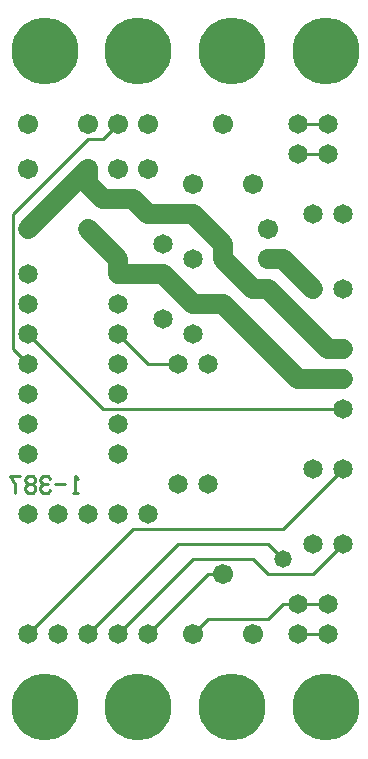
<source format=gbl>
%MOIN*%
%FSLAX25Y25*%
G04 D10 used for Character Trace; *
G04     Circle (OD=.01000) (No hole)*
G04 D11 used for Power Trace; *
G04     Circle (OD=.06700) (No hole)*
G04 D12 used for Signal Trace; *
G04     Circle (OD=.01100) (No hole)*
G04 D13 used for Via; *
G04     Circle (OD=.05800) (Round. Hole ID=.02800)*
G04 D14 used for Component hole; *
G04     Circle (OD=.06500) (Round. Hole ID=.03500)*
G04 D15 used for Component hole; *
G04     Circle (OD=.06700) (Round. Hole ID=.04300)*
G04 D16 used for Component hole; *
G04     Circle (OD=.08100) (Round. Hole ID=.05100)*
G04 D17 used for Component hole; *
G04     Circle (OD=.08900) (Round. Hole ID=.05900)*
G04 D18 used for Component hole; *
G04     Circle (OD=.11300) (Round. Hole ID=.08300)*
G04 D19 used for Component hole; *
G04     Circle (OD=.16000) (Round. Hole ID=.13000)*
G04 D20 used for Component hole; *
G04     Circle (OD=.18300) (Round. Hole ID=.15300)*
G04 D21 used for Component hole; *
G04     Circle (OD=.22291) (Round. Hole ID=.19291)*
%ADD10C,.01000*%
%ADD11C,.06700*%
%ADD12C,.01100*%
%ADD13C,.05800*%
%ADD14C,.06500*%
%ADD15C,.06700*%
%ADD16C,.08100*%
%ADD17C,.08900*%
%ADD18C,.11300*%
%ADD19C,.16000*%
%ADD20C,.18300*%
%ADD21C,.22291*%
%IPPOS*%
%LPD*%
G90*X0Y0D02*D21*X15625Y15625D03*D14*              
X40000Y40000D03*D12*X65000Y65000D01*X85000D01*    
X90000Y60000D01*X105000D01*X115000Y70000D01*D14*  
D03*X105000D03*D12*X90000Y45000D02*               
X95000Y50000D01*X70000Y45000D02*X90000D01*        
X65000Y40000D02*X70000Y45000D01*D15*              
X65000Y40000D03*D14*X50000D03*D12*X70000Y60000D01*
X75000D01*D15*D03*D12*X30000Y40000D02*            
X60000Y70000D01*D14*X30000Y40000D03*X20000D03*    
X10000D03*D12*X45000Y75000D01*X95000D01*          
X115000Y95000D01*D14*D03*X105000D03*              
X115000Y115000D03*D12*X35000D01*X10000Y140000D01* 
D14*D03*D12*Y130000D02*X5000Y135000D01*D14*       
X10000Y130000D03*D12*X5000Y135000D02*Y180000D01*  
X30000Y205000D01*X35000D01*X40000Y210000D01*D15*  
D03*X50000D03*X30000D03*Y195000D03*D11*           
X10000Y175000D01*D14*D03*Y160000D03*D11*          
X30000Y190000D02*Y195000D01*X35000Y185000D02*     
X30000Y190000D01*X35000Y185000D02*X45000D01*      
X50000Y180000D01*X65000D01*X75000Y170000D01*      
Y165000D01*X85000Y155000D01*X90000D01*D15*D03*D11*
X110000Y135000D01*X115000D01*D14*D03*Y125000D03*  
D11*X100000D01*X75000Y150000D01*X65000D01*D14*D03*
D11*X55000Y160000D01*D14*D03*D11*X40000D01*D14*   
D03*D11*Y165000D01*X30000Y175000D01*D14*D03*D15*  
X50000Y195000D03*X10000D03*X40000D03*D14*         
X10000Y150000D03*X55000Y170000D03*                
X40000Y150000D03*X55000Y145000D03*                
X65000Y140000D03*Y165000D03*X40000Y140000D03*D12* 
X50000Y130000D01*X60000D01*D14*D03*X70000D03*     
X40000Y110000D03*Y130000D03*Y120000D03*Y100000D03*
D11*X105000Y155000D02*X95000Y165000D01*D14*       
X105000Y155000D03*D11*X90000Y165000D02*X95000D01* 
D15*X90000D03*Y175000D03*D14*X105000Y180000D03*   
D15*X65000Y190000D03*D14*X115000Y155000D03*D15*   
X85000Y190000D03*D14*X115000Y180000D03*           
X110000Y200000D03*D12*X100000D01*D14*D03*         
X110000Y210000D03*D12*X100000D01*D14*D03*D21*     
X109375Y234375D03*D15*X75000Y210000D03*D21*       
X78125Y234375D03*X46875D03*X15625D03*D14*         
X10000Y120000D03*D15*Y210000D03*D14*Y110000D03*   
Y100000D03*D10*X26674Y91914D02*X25837Y92871D01*   
Y87129D01*X26674D02*X25000D01*X22511Y90000D02*    
X19163D01*X17511Y91914D02*X16674Y92871D01*        
X15000D01*X14163Y91914D01*Y90957D01*              
X15000Y90000D01*X16674D01*X15000D02*              
X14163Y89043D01*Y88086D01*X15000Y87129D01*        
X16674D01*X17511Y88086D01*X11674Y90000D02*        
X12511Y90957D01*Y91914D01*X11674Y92871D01*        
X10000D01*X9163Y91914D01*Y90957D01*               
X10000Y90000D01*X11674D01*X12511Y89043D01*        
Y88086D01*X11674Y87129D01*X10000D01*              
X9163Y88086D01*Y89043D01*X10000Y90000D01*         
X7511Y92871D02*X4163D01*X5837Y90000D01*Y87129D01* 
D14*X60000Y90000D03*X70000D03*X10000Y80000D03*    
X20000D03*X30000D03*X40000D03*X50000D03*D12*      
X60000Y70000D02*X90000D01*X95000Y65000D01*D13*D03*
D14*X110000Y50000D03*D12*X100000D01*D14*D03*D12*  
X95000D01*D15*X85000Y40000D03*D14*X100000D03*D12* 
X110000D01*D14*D03*D21*X109375Y15625D03*X78125D03*
X46875D03*M02*                                    

</source>
